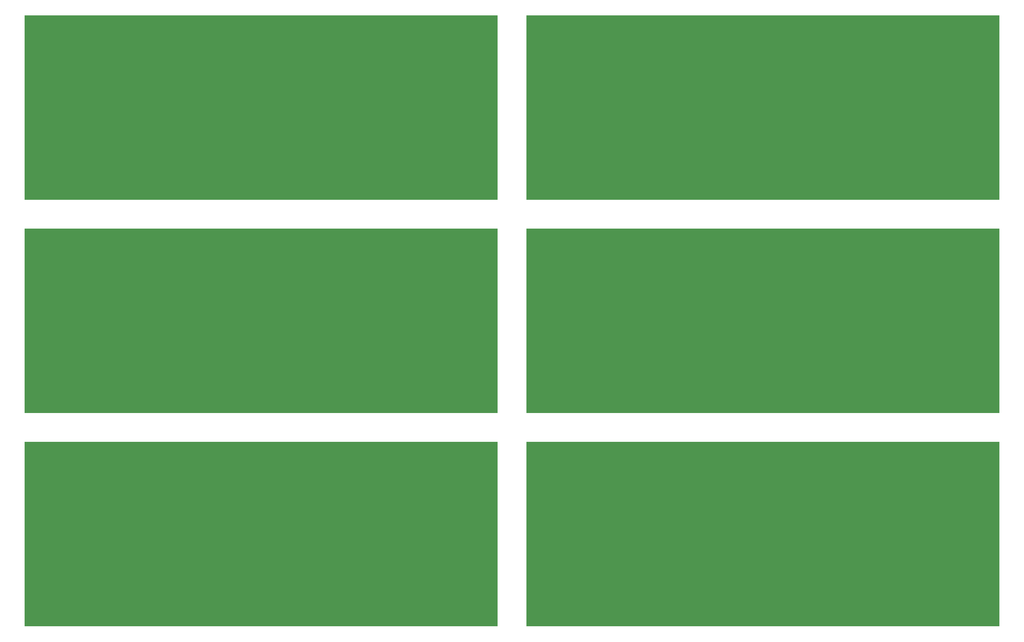
<source format=gbr>
G04 DipTrace 2.4.0.2*
%INBoard.gbr*%
%MOIN*%
%ADD11C,0.0055*%
%FSLAX44Y44*%
G04*
G70*
G90*
G75*
G01*
%LNBoardPoly*%
%LPD*%
G36*
X0Y0D2*
D11*
X41000D1*
Y16000D1*
X0D1*
Y0D1*
G37*
G36*
X43500D2*
D11*
X84500D1*
Y16000D1*
X43500D1*
Y0D1*
G37*
G36*
X0Y18500D2*
D11*
X41000D1*
Y34500D1*
X0D1*
Y18500D1*
G37*
G36*
X43500D2*
D11*
X84500D1*
Y34500D1*
X43500D1*
Y18500D1*
G37*
G36*
X0Y37000D2*
D11*
X41000D1*
Y53000D1*
X0D1*
Y37000D1*
G37*
G36*
X43500D2*
D11*
X84500D1*
Y53000D1*
X43500D1*
Y37000D1*
G37*
M02*

</source>
